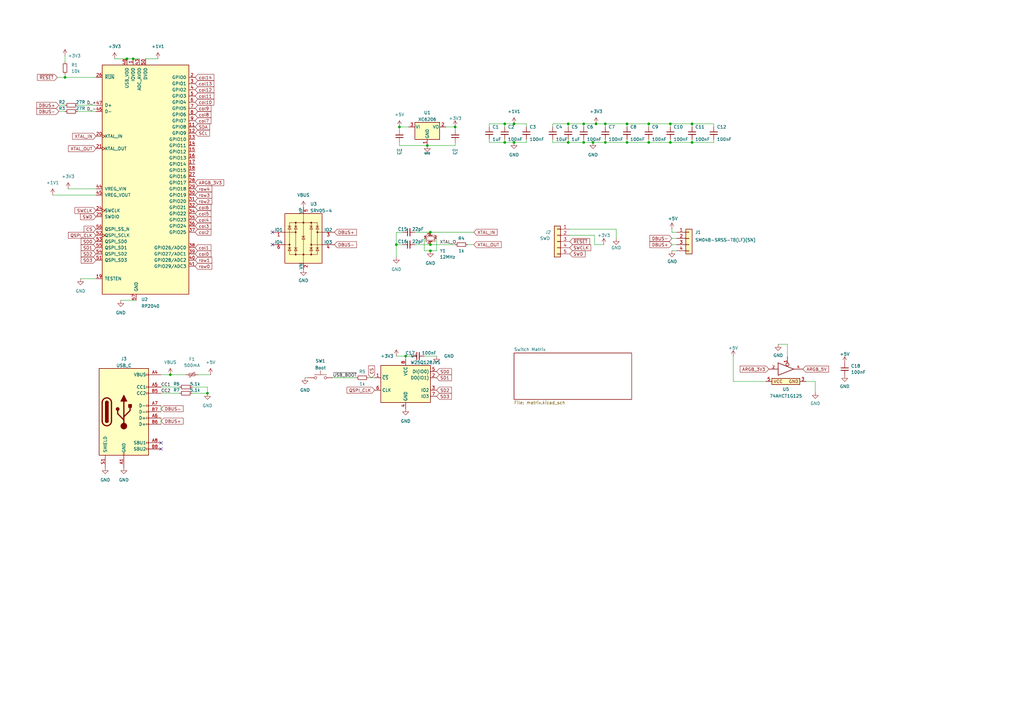
<source format=kicad_sch>
(kicad_sch (version 20211123) (generator eeschema)
  (paper "A3")
  (lib_symbols
    (symbol "74xGxx:74AHCT1G125" (pin_names (offset 1.016))
      (property "Reference" "U5" (at -0.635 -8.255 0))
      (property "Value" "74AHCT1G125" (at -0.635 -11.0301 0))
      (symbol "74AHCT1G125_0_0"
        (text "GND" (at 2.54 -5.08 0) (effects (font (size 1.27 1.27))))
        (text "VCC" (at -3.81 -5.08 0) (effects (font (size 1.27 1.27))))
      )
      (symbol "74AHCT1G125_0_1"
        (rectangle (start -6.35 -3.81) (end 5.08 -6.35) (stroke (width 0.254)) (fill (type background)))
        (polyline (pts (xy -3.81 2.54) (xy -3.81 -2.54) (xy 2.54 0) (xy -3.81 2.54)) (stroke (width 0.254)))
      )
      (symbol "74AHCT1G125_1_1"
        (pin input inverted (at 0 5.08 270) (length 3.81) (name "~") (number "1"))
        (pin input line (at -7.62 0 0) (length 3.81) (name "~") (number "2"))
        (pin output line (at 7.62 -5.08 180) (length 2.54) (name "") (number "3"))
        (pin power_in line (at 1.27 -1.27 270) (length 0) hide (name "GND") (number "3"))
        (pin tri_state line (at 6.35 0 180) (length 3.81) (name "~") (number "4"))
        (pin input line (at -8.89 -5.08 0) (length 2.54) (name "") (number "5"))
        (pin power_in line (at 1.27 1.27 90) (length 0) hide (name "VCC") (number "5"))
      )
    )
    (symbol "Connector:USB_C_Receptacle_USB2.0" (pin_names (offset 1.016))
      (property "Reference" "J" (at -10.16 19.05 0))
      (property "Value" "USB_C_Receptacle_USB2.0" (at 19.05 19.05 0))
      (symbol "USB_C_Receptacle_USB2.0_0_0"
        (rectangle (start -0.254 -17.78) (end 0.254 -16.764))
        (rectangle (start 10.16 -14.986) (end 9.144 -15.494))
        (rectangle (start 10.16 -12.446) (end 9.144 -12.954))
        (rectangle (start 10.16 -4.826) (end 9.144 -5.334))
        (rectangle (start 10.16 -2.286) (end 9.144 -2.794))
        (rectangle (start 10.16 0.254) (end 9.144 -0.254))
        (rectangle (start 10.16 2.794) (end 9.144 2.286))
        (rectangle (start 10.16 7.874) (end 9.144 7.366))
        (rectangle (start 10.16 10.414) (end 9.144 9.906))
        (rectangle (start 10.16 15.494) (end 9.144 14.986))
      )
      (symbol "USB_C_Receptacle_USB2.0_0_1"
        (rectangle (start -10.16 17.78) (end 10.16 -17.78) (stroke (width 0.254)) (fill (type background)))
        (arc (start -8.89 -3.81) (mid -6.985 -5.715) (end -5.08 -3.81) (stroke (width 0.508)))
        (arc (start -7.62 -3.81) (mid -6.985 -4.445) (end -6.35 -3.81) (stroke (width 0.254)))
        (arc (start -7.62 -3.81) (mid -6.985 -4.445) (end -6.35 -3.81) (stroke (width 0.254)) (fill (type outline)))
        (rectangle (start -7.62 -3.81) (end -6.35 3.81) (stroke (width 0.254)) (fill (type outline)))
        (arc (start -6.35 3.81) (mid -6.985 4.445) (end -7.62 3.81) (stroke (width 0.254)))
        (arc (start -6.35 3.81) (mid -6.985 4.445) (end -7.62 3.81) (stroke (width 0.254)) (fill (type outline)))
        (arc (start -5.08 3.81) (mid -6.985 5.715) (end -8.89 3.81) (stroke (width 0.508)))
        (circle (center -2.54 1.143) (radius 0.635) (stroke (width 0.254)) (fill (type outline)))
        (circle (center 0 -5.842) (radius 1.27) (fill (type outline)))
        (polyline (pts (xy -8.89 -3.81) (xy -8.89 3.81)) (stroke (width 0.508)))
        (polyline (pts (xy -5.08 3.81) (xy -5.08 -3.81)) (stroke (width 0.508)))
        (polyline (pts (xy 0 -5.842) (xy 0 4.318)) (stroke (width 0.508)))
        (polyline (pts (xy 0 -3.302) (xy -2.54 -0.762) (xy -2.54 0.508)) (stroke (width 0.508)))
        (polyline (pts (xy 0 -2.032) (xy 2.54 0.508) (xy 2.54 1.778)) (stroke (width 0.508)))
        (polyline (pts (xy -1.27 4.318) (xy 0 6.858) (xy 1.27 4.318) (xy -1.27 4.318)) (stroke (width 0.254)) (fill (type outline)))
        (rectangle (start 1.905 1.778) (end 3.175 3.048) (stroke (width 0.254)) (fill (type outline)))
      )
      (symbol "USB_C_Receptacle_USB2.0_1_1"
        (pin passive line (at 0 -22.86 90) (length 5.08) (name "GND") (number "A1"))
        (pin passive line (at 0 -22.86 90) (length 5.08) hide (name "GND") (number "A12"))
        (pin passive line (at 15.24 15.24 180) (length 5.08) (name "VBUS") (number "A4"))
        (pin bidirectional line (at 15.24 10.16 180) (length 5.08) (name "CC1") (number "A5"))
        (pin bidirectional line (at 15.24 -2.54 180) (length 5.08) (name "D+") (number "A6"))
        (pin bidirectional line (at 15.24 2.54 180) (length 5.08) (name "D-") (number "A7"))
        (pin bidirectional line (at 15.24 -12.7 180) (length 5.08) (name "SBU1") (number "A8"))
        (pin passive line (at 15.24 15.24 180) (length 5.08) hide (name "VBUS") (number "A9"))
        (pin passive line (at 0 -22.86 90) (length 5.08) hide (name "GND") (number "B1"))
        (pin passive line (at 0 -22.86 90) (length 5.08) hide (name "GND") (number "B12"))
        (pin passive line (at 15.24 15.24 180) (length 5.08) hide (name "VBUS") (number "B4"))
        (pin bidirectional line (at 15.24 7.62 180) (length 5.08) (name "CC2") (number "B5"))
        (pin bidirectional line (at 15.24 -5.08 180) (length 5.08) (name "D+") (number "B6"))
        (pin bidirectional line (at 15.24 0 180) (length 5.08) (name "D-") (number "B7"))
        (pin bidirectional line (at 15.24 -15.24 180) (length 5.08) (name "SBU2") (number "B8"))
        (pin passive line (at 15.24 15.24 180) (length 5.08) hide (name "VBUS") (number "B9"))
        (pin passive line (at -7.62 -22.86 90) (length 5.08) (name "SHIELD") (number "S1"))
      )
    )
    (symbol "Connector_Generic:Conn_01x04" (pin_names (offset 1.016) hide)
      (property "Reference" "J" (at 0 5.08 0))
      (property "Value" "Conn_01x04" (at 0 -7.62 0))
      (symbol "Conn_01x04_1_1"
        (rectangle (start -1.27 -4.953) (end 0 -5.207) (stroke (width 0.1524)))
        (rectangle (start -1.27 -2.413) (end 0 -2.667) (stroke (width 0.1524)))
        (rectangle (start -1.27 0.127) (end 0 -0.127) (stroke (width 0.1524)))
        (rectangle (start -1.27 2.667) (end 0 2.413) (stroke (width 0.1524)))
        (rectangle (start -1.27 3.81) (end 1.27 -6.35) (stroke (width 0.254)) (fill (type background)))
        (pin passive line (at -5.08 2.54 0) (length 3.81) (name "Pin_1") (number "1"))
        (pin passive line (at -5.08 0 0) (length 3.81) (name "Pin_2") (number "2"))
        (pin passive line (at -5.08 -2.54 0) (length 3.81) (name "Pin_3") (number "3"))
        (pin passive line (at -5.08 -5.08 0) (length 3.81) (name "Pin_4") (number "4"))
      )
    )
    (symbol "Connector_Generic:Conn_01x05" (pin_names (offset 1.016) hide)
      (property "Reference" "J" (at 0 7.62 0))
      (property "Value" "Conn_01x05" (at 0 -7.62 0))
      (symbol "Conn_01x05_1_1"
        (rectangle (start -1.27 -4.953) (end 0 -5.207) (stroke (width 0.1524)))
        (rectangle (start -1.27 -2.413) (end 0 -2.667) (stroke (width 0.1524)))
        (rectangle (start -1.27 0.127) (end 0 -0.127) (stroke (width 0.1524)))
        (rectangle (start -1.27 2.667) (end 0 2.413) (stroke (width 0.1524)))
        (rectangle (start -1.27 5.207) (end 0 4.953) (stroke (width 0.1524)))
        (rectangle (start -1.27 6.35) (end 1.27 -6.35) (stroke (width 0.254)) (fill (type background)))
        (pin passive line (at -5.08 5.08 0) (length 3.81) (name "Pin_1") (number "1"))
        (pin passive line (at -5.08 2.54 0) (length 3.81) (name "Pin_2") (number "2"))
        (pin passive line (at -5.08 0 0) (length 3.81) (name "Pin_3") (number "3"))
        (pin passive line (at -5.08 -2.54 0) (length 3.81) (name "Pin_4") (number "4"))
        (pin passive line (at -5.08 -5.08 0) (length 3.81) (name "Pin_5") (number "5"))
      )
    )
    (symbol "Device:C_Small" (pin_numbers hide) (pin_names (offset 0.254) hide)
      (property "Reference" "C" (at 0.254 1.778 0))
      (property "Value" "C_Small" (at 0.254 -2.032 0))
      (symbol "C_Small_0_1"
        (polyline (pts (xy -1.524 -0.508) (xy 1.524 -0.508)) (stroke (width 0.3302)))
        (polyline (pts (xy -1.524 0.508) (xy 1.524 0.508)) (stroke (width 0.3048)))
      )
      (symbol "C_Small_1_1"
        (pin passive line (at 0 2.54 270) (length 2.032) (name "~") (number "1"))
        (pin passive line (at 0 -2.54 90) (length 2.032) (name "~") (number "2"))
      )
    )
    (symbol "Device:Crystal_GND24_Small" (pin_names (offset 1.016) hide)
      (property "Reference" "Y" (at 1.27 4.445 0))
      (property "Value" "Crystal_GND24_Small" (at 1.27 2.54 0))
      (symbol "Crystal_GND24_Small_0_1"
        (rectangle (start -0.762 -1.524) (end 0.762 1.524))
        (polyline (pts (xy -1.27 -0.762) (xy -1.27 0.762)) (stroke (width 0.381)))
        (polyline (pts (xy 1.27 -0.762) (xy 1.27 0.762)) (stroke (width 0.381)))
        (polyline (pts (xy -1.27 -1.27) (xy -1.27 -1.905) (xy 1.27 -1.905) (xy 1.27 -1.27)))
        (polyline (pts (xy -1.27 1.27) (xy -1.27 1.905) (xy 1.27 1.905) (xy 1.27 1.27)))
      )
      (symbol "Crystal_GND24_Small_1_1"
        (pin passive line (at -2.54 0 0) (length 1.27) (name "1") (number "1"))
        (pin passive line (at 0 -2.54 90) (length 0.635) (name "2") (number "2"))
        (pin passive line (at 2.54 0 180) (length 1.27) (name "3") (number "3"))
        (pin passive line (at 0 2.54 270) (length 0.635) (name "4") (number "4"))
      )
    )
    (symbol "Device:Polyfuse_Small" (pin_numbers hide) (pin_names (offset 0))
      (property "Reference" "F" (at -1.905 0 90))
      (property "Value" "Polyfuse_Small" (at 1.905 0 90))
      (symbol "Polyfuse_Small_0_1"
        (rectangle (start -0.508 1.27) (end 0.508 -1.27))
        (polyline (pts (xy 0 2.54) (xy 0 -2.54)))
        (polyline (pts (xy -1.016 1.27) (xy -1.016 0.762) (xy 1.016 -0.762) (xy 1.016 -1.27)))
      )
      (symbol "Polyfuse_Small_1_1"
        (pin passive line (at 0 2.54 270) (length 0.635) (name "~") (number "1"))
        (pin passive line (at 0 -2.54 90) (length 0.635) (name "~") (number "2"))
      )
    )
    (symbol "Device:R_Small" (pin_numbers hide) (pin_names (offset 0.254) hide)
      (property "Reference" "R" (at 0.762 0.508 0))
      (property "Value" "R_Small" (at 0.762 -1.016 0))
      (symbol "R_Small_0_1"
        (rectangle (start -0.762 1.778) (end 0.762 -1.778) (stroke (width 0.2032)))
      )
      (symbol "R_Small_1_1"
        (pin passive line (at 0 2.54 270) (length 0.762) (name "~") (number "1"))
        (pin passive line (at 0 -2.54 90) (length 0.762) (name "~") (number "2"))
      )
    )
    (symbol "Memory_Flash:W25Q128JVS"
      (property "Reference" "U" (at -8.89 8.89 0))
      (property "Value" "W25Q128JVS" (at 7.62 8.89 0))
      (symbol "W25Q128JVS_0_1"
        (rectangle (start -10.16 7.62) (end 10.16 -7.62) (stroke (width 0.254)) (fill (type background)))
      )
      (symbol "W25Q128JVS_1_1"
        (pin input line (at -12.7 2.54 0) (length 2.54) (name "~{CS}") (number "1"))
        (pin bidirectional line (at 12.7 2.54 180) (length 2.54) (name "DO(IO1)") (number "2"))
        (pin bidirectional line (at 12.7 -2.54 180) (length 2.54) (name "IO2") (number "3"))
        (pin power_in line (at 0 -10.16 90) (length 2.54) (name "GND") (number "4"))
        (pin bidirectional line (at 12.7 5.08 180) (length 2.54) (name "DI(IO0)") (number "5"))
        (pin input line (at -12.7 -2.54 0) (length 2.54) (name "CLK") (number "6"))
        (pin bidirectional line (at 12.7 -5.08 180) (length 2.54) (name "IO3") (number "7"))
        (pin power_in line (at 0 10.16 270) (length 2.54) (name "VCC") (number "8"))
      )
    )
    (symbol "Regulator_Linear:XC6206PxxxMR" (pin_names (offset 0.254))
      (property "Reference" "U" (at -3.81 3.175 0))
      (property "Value" "XC6206PxxxMR" (at 0 3.175 0))
      (symbol "XC6206PxxxMR_0_1"
        (rectangle (start -5.08 1.905) (end 5.08 -5.08) (stroke (width 0.254)) (fill (type background)))
      )
      (symbol "XC6206PxxxMR_1_1"
        (pin power_in line (at 0 -7.62 90) (length 2.54) (name "GND") (number "1"))
        (pin power_out line (at 7.62 0 180) (length 2.54) (name "VO") (number "2"))
        (pin power_in line (at -7.62 0 0) (length 2.54) (name "VI") (number "3"))
      )
    )
    (symbol "Sleep-lib:RP2040" (pin_names (offset 1.016))
      (property "Reference" "U" (at 8.89 51.435 0))
      (property "Value" "RP2040" (at 8.89 48.895 0))
      (symbol "RP2040_0_0"
        (rectangle (start -17.78 -45.72) (end 17.78 48.26) (stroke (width 0.254)) (fill (type background)))
      )
      (symbol "RP2040_1_1"
        (pin power_in line (at -5.08 50.8 270) (length 2.54) (name "IOVDD") (number "1"))
        (pin power_in line (at -5.08 50.8 270) (length 2.54) hide (name "IOVDD") (number "10"))
        (pin input line (at 20.32 22.86 180) (length 2.54) (name "GPIO8") (number "11"))
        (pin input line (at 20.32 20.32 180) (length 2.54) (name "GPIO9") (number "12"))
        (pin input line (at 20.32 17.78 180) (length 2.54) (name "GPIO10") (number "13"))
        (pin input line (at 20.32 15.24 180) (length 2.54) (name "GPIO11") (number "14"))
        (pin input line (at 20.32 12.7 180) (length 2.54) (name "GPIO12") (number "15"))
        (pin input line (at 20.32 10.16 180) (length 2.54) (name "GPIO13") (number "16"))
        (pin input line (at 20.32 7.62 180) (length 2.54) (name "GPIO14") (number "17"))
        (pin input line (at 20.32 5.08 180) (length 2.54) (name "GPIO15") (number "18"))
        (pin input line (at -20.32 -39.37 0) (length 2.54) (name "TESTEN") (number "19"))
        (pin input line (at 20.32 43.18 180) (length 2.54) (name "GPIO0") (number "2"))
        (pin input clock (at -20.32 19.05 0) (length 2.54) (name "XTAL_IN") (number "20"))
        (pin input clock (at -20.32 13.97 0) (length 2.54) (name "XTAL_OUT") (number "21"))
        (pin power_in line (at -5.08 50.8 270) (length 2.54) hide (name "IOVDD") (number "22"))
        (pin power_in line (at 0 50.8 270) (length 2.54) hide (name "DVDD") (number "23"))
        (pin input clock (at -20.32 -11.43 0) (length 2.54) (name "SWCLK") (number "24"))
        (pin bidirectional line (at -20.32 -13.97 0) (length 2.54) (name "SWDIO") (number "25"))
        (pin input line (at -20.32 43.18 0) (length 2.54) (name "~{RUN}") (number "26"))
        (pin input line (at 20.32 2.54 180) (length 2.54) (name "GPIO16") (number "27"))
        (pin input line (at 20.32 0 180) (length 2.54) (name "GPIO17") (number "28"))
        (pin input line (at 20.32 -2.54 180) (length 2.54) (name "GPIO18") (number "29"))
        (pin input line (at 20.32 40.64 180) (length 2.54) (name "GPIO1") (number "3"))
        (pin input line (at 20.32 -5.08 180) (length 2.54) (name "GPIO19") (number "30"))
        (pin input line (at 20.32 -7.62 180) (length 2.54) (name "GPIO20") (number "31"))
        (pin input line (at 20.32 -10.16 180) (length 2.54) (name "GPIO21") (number "32"))
        (pin power_in line (at -5.08 50.8 270) (length 2.54) hide (name "IOVDD") (number "33"))
        (pin input line (at 20.32 -12.7 180) (length 2.54) (name "GPIO22") (number "34"))
        (pin input line (at 20.32 -15.24 180) (length 2.54) (name "GPIO23") (number "35"))
        (pin input line (at 20.32 -17.78 180) (length 2.54) (name "GPIO24") (number "36"))
        (pin input line (at 20.32 -20.32 180) (length 2.54) (name "GPIO25") (number "37"))
        (pin input line (at 20.32 -26.67 180) (length 2.54) (name "GPIO26/ADC0") (number "38"))
        (pin input line (at 20.32 -29.21 180) (length 2.54) (name "GPIO27/ADC1") (number "39"))
        (pin input line (at 20.32 38.1 180) (length 2.54) (name "GPIO2") (number "4"))
        (pin input line (at 20.32 -31.75 180) (length 2.54) (name "GPIO28/ADC2") (number "40"))
        (pin input line (at 20.32 -34.29 180) (length 2.54) (name "GPIO29/ADC3") (number "41"))
        (pin power_in line (at -5.08 50.8 270) (length 2.54) hide (name "IOVDD") (number "42"))
        (pin power_in line (at -2.54 50.8 270) (length 2.54) (name "ADC_AVDD") (number "43"))
        (pin power_in line (at -20.32 -2.54 0) (length 2.54) (name "VREG_VIN") (number "44"))
        (pin power_out line (at -20.32 -5.08 0) (length 2.54) (name "VREG_VOUT") (number "45"))
        (pin bidirectional line (at -20.32 29.21 0) (length 2.54) (name "D-") (number "46"))
        (pin bidirectional line (at -20.32 31.75 0) (length 2.54) (name "D+") (number "47"))
        (pin power_in line (at -7.62 50.8 270) (length 2.54) (name "USB_VDD") (number "48"))
        (pin power_in line (at -5.08 50.8 270) (length 2.54) hide (name "IOVDD") (number "49"))
        (pin input line (at 20.32 35.56 180) (length 2.54) (name "GPIO3") (number "5"))
        (pin power_in line (at 0 50.8 270) (length 2.54) (name "DVDD") (number "50"))
        (pin bidirectional line (at -20.32 -31.75 0) (length 2.54) (name "QSPI_SD3") (number "51"))
        (pin input clock (at -20.32 -21.59 0) (length 2.54) (name "QSPI_SCLK") (number "52"))
        (pin bidirectional line (at -20.32 -24.13 0) (length 2.54) (name "QSPI_SD0") (number "53"))
        (pin bidirectional line (at -20.32 -29.21 0) (length 2.54) (name "QSPI_SD2") (number "54"))
        (pin bidirectional line (at -20.32 -26.67 0) (length 2.54) (name "QSPI_SD1") (number "55"))
        (pin bidirectional line (at -20.32 -19.05 0) (length 2.54) (name "QSPI_SS_N") (number "56"))
        (pin power_in line (at -3.81 -48.26 90) (length 2.54) (name "GND") (number "57"))
        (pin input line (at 20.32 33.02 180) (length 2.54) (name "GPIO4") (number "6"))
        (pin input line (at 20.32 30.48 180) (length 2.54) (name "GPIO5") (number "7"))
        (pin input line (at 20.32 27.94 180) (length 2.54) (name "GPIO6") (number "8"))
        (pin input line (at 20.32 25.4 180) (length 2.54) (name "GPIO7") (number "9"))
      )
    )
    (symbol "Switch:SW_Push" (pin_numbers hide) (pin_names (offset 1.016) hide)
      (property "Reference" "SW" (at 1.27 2.54 0))
      (property "Value" "SW_Push" (at 0 -1.524 0))
      (symbol "SW_Push_0_1"
        (circle (center -2.032 0) (radius 0.508))
        (polyline (pts (xy 0 1.27) (xy 0 3.048)))
        (polyline (pts (xy 2.54 1.27) (xy -2.54 1.27)))
        (circle (center 2.032 0) (radius 0.508))
        (pin passive line (at -5.08 0 0) (length 2.54) (name "1") (number "1"))
        (pin passive line (at 5.08 0 180) (length 2.54) (name "2") (number "2"))
      )
    )
    (symbol "marbastlib-various:SRV05-4" (pin_names (offset 0))
      (property "Reference" "U" (at -5.08 11.43 0))
      (property "Value" "SRV05-4" (at 2.54 11.43 0))
      (symbol "SRV05-4_0_0"
        (rectangle (start -5.715 6.477) (end 5.715 -6.604))
        (polyline (pts (xy -3.175 -6.604) (xy -3.175 6.477)))
        (polyline (pts (xy 3.175 6.477) (xy 3.175 -6.604)))
      )
      (symbol "SRV05-4_0_1"
        (rectangle (start -7.62 10.16) (end 7.62 -10.16) (stroke (width 0.254)) (fill (type background)))
        (circle (center -5.715 -2.54) (radius 0.2794) (fill (type outline)))
        (circle (center -3.175 -6.604) (radius 0.2794) (fill (type outline)))
        (circle (center -3.175 2.54) (radius 0.2794) (fill (type outline)))
        (circle (center -3.175 6.477) (radius 0.2794) (fill (type outline)))
        (circle (center 0 -6.604) (radius 0.2794) (fill (type outline)))
        (polyline (pts (xy -7.747 2.54) (xy -3.175 2.54)))
        (polyline (pts (xy -7.62 -2.54) (xy -5.715 -2.54)))
        (polyline (pts (xy -5.08 -3.81) (xy -6.35 -3.81)))
        (polyline (pts (xy -5.08 5.08) (xy -6.35 5.08)))
        (polyline (pts (xy -2.54 -3.81) (xy -3.81 -3.81)))
        (polyline (pts (xy -2.54 5.08) (xy -3.81 5.08)))
        (polyline (pts (xy 0 10.16) (xy 0 -10.16)))
        (polyline (pts (xy 3.81 -3.81) (xy 2.54 -3.81)))
        (polyline (pts (xy 3.81 5.08) (xy 2.54 5.08)))
        (polyline (pts (xy 6.35 -3.81) (xy 5.08 -3.81)))
        (polyline (pts (xy 6.35 5.08) (xy 5.08 5.08)))
        (polyline (pts (xy 7.62 -2.54) (xy 3.175 -2.54)))
        (polyline (pts (xy 7.62 2.54) (xy 5.715 2.54)))
        (polyline (pts (xy 0.635 0.889) (xy -0.635 0.889) (xy -0.635 0.635)))
        (polyline (pts (xy -5.08 -5.08) (xy -6.35 -5.08) (xy -5.715 -3.81) (xy -5.08 -5.08)))
        (polyline (pts (xy -5.08 3.81) (xy -6.35 3.81) (xy -5.715 5.08) (xy -5.08 3.81)))
        (polyline (pts (xy -2.54 -5.08) (xy -3.81 -5.08) (xy -3.175 -3.81) (xy -2.54 -5.08)))
        (polyline (pts (xy -2.54 3.81) (xy -3.81 3.81) (xy -3.175 5.08) (xy -2.54 3.81)))
        (polyline (pts (xy 0.635 -0.381) (xy -0.635 -0.381) (xy 0 0.889) (xy 0.635 -0.381)))
        (polyline (pts (xy 3.81 -5.08) (xy 2.54 -5.08) (xy 3.175 -3.81) (xy 3.81 -5.08)))
        (polyline (pts (xy 3.81 3.81) (xy 2.54 3.81) (xy 3.175 5.08) (xy 3.81 3.81)))
        (polyline (pts (xy 6.35 -5.08) (xy 5.08 -5.08) (xy 5.715 -3.81) (xy 6.35 -5.08)))
        (polyline (pts (xy 6.35 3.81) (xy 5.08 3.81) (xy 5.715 5.08) (xy 6.35 3.81)))
        (circle (center 0 6.477) (radius 0.2794) (fill (type outline)))
        (circle (center 3.175 -6.604) (radius 0.2794) (fill (type outline)))
        (circle (center 3.175 -2.54) (radius 0.2794) (fill (type outline)))
        (circle (center 3.175 6.477) (radius 0.2794) (fill (type outline)))
        (circle (center 5.715 2.54) (radius 0.2794) (fill (type outline)))
      )
      (symbol "SRV05-4_1_1"
        (pin passive line (at -12.7 2.54 0) (length 5.08) (name "IO1") (number "1"))
        (pin passive line (at 0 -12.7 90) (length 2.54) (name "VN") (number "2"))
        (pin passive line (at 12.7 2.54 180) (length 5.08) (name "IO2") (number "3"))
        (pin passive line (at 12.7 -2.54 180) (length 5.08) (name "IO3") (number "4"))
        (pin passive line (at 0 12.7 270) (length 2.54) (name "VP") (number "5"))
        (pin passive line (at -12.7 -2.54 0) (length 5.08) (name "IO4") (number "6"))
      )
    )
    (symbol "power:+1V1" (power) (pin_names (offset 0))
      (property "Value" "+1V1" (at 0 3.556 0))
      (symbol "+1V1_0_1"
        (polyline (pts (xy -0.762 1.27) (xy 0 2.54)))
        (polyline (pts (xy 0 0) (xy 0 2.54)))
        (polyline (pts (xy 0 2.54) (xy 0.762 1.27)))
      )
      (symbol "+1V1_1_1"
        (pin power_in line (at 0 0 90) (length 0) hide (name "+1V1") (number "1"))
      )
    )
    (symbol "power:+3.3V" (power) (pin_names (offset 0))
      (property "Value" "+3.3V" (at 0 3.556 0))
      (symbol "+3.3V_0_1"
        (polyline (pts (xy -0.762 1.27) (xy 0 2.54)))
        (polyline (pts (xy 0 0) (xy 0 2.54)))
        (polyline (pts (xy 0 2.54) (xy 0.762 1.27)))
      )
      (symbol "+3.3V_1_1"
        (pin power_in line (at 0 0 90) (length 0) hide (name "+3V3") (number "1"))
      )
    )
    (symbol "power:+3V3" (power) (pin_names (offset 0))
      (property "Value" "+3V3" (at 0 3.556 0))
      (symbol "+3V3_0_1"
        (polyline (pts (xy -0.762 1.27) (xy 0 2.54)))
        (polyline (pts (xy 0 0) (xy 0 2.54)))
        (polyline (pts (xy 0 2.54) (xy 0.762 1.27)))
      )
      (symbol "+3V3_1_1"
        (pin power_in line (at 0 0 90) (length 0) hide (name "+3V3") (number "1"))
      )
    )
    (symbol "power:+5V" (power) (pin_names (offset 0))
      (property "Value" "+5V" (at 0 3.556 0))
      (symbol "+5V_0_1"
        (polyline (pts (xy -0.762 1.27) (xy 0 2.54)))
        (polyline (pts (xy 0 0) (xy 0 2.54)))
        (polyline (pts (xy 0 2.54) (xy 0.762 1.27)))
      )
      (symbol "+5V_1_1"
        (pin power_in line (at 0 0 90) (length 0) hide (name "+5V") (number "1"))
      )
    )
    (symbol "power:GND" (power) (pin_names (offset 0))
      (property "Value" "GND" (at 0 -3.81 0))
      (symbol "GND_0_1"
        (polyline (pts (xy 0 0) (xy 0 -1.27) (xy 1.27 -1.27) (xy 0 -2.54) (xy -1.27 -1.27) (xy 0 -1.27)))
      )
      (symbol "GND_1_1"
        (pin power_in line (at 0 0 270) (length 0) hide (name "GND") (number "1"))
      )
    )
    (symbol "power:VBUS" (power) (pin_names (offset 0))
      (property "Value" "VBUS" (at 0 3.81 0))
      (symbol "VBUS_0_1"
        (polyline (pts (xy -0.762 1.27) (xy 0 2.54)))
        (polyline (pts (xy 0 0) (xy 0 2.54)))
        (polyline (pts (xy 0 2.54) (xy 0.762 1.27)))
      )
      (symbol "VBUS_1_1"
        (pin power_in line (at 0 0 90) (length 0) hide (name "VBUS") (number "1"))
      )
    )
  )
  (junction (at 186.69 52.07) (diameter 0.9144))
  (junction (at 239.395 58.42))
  (junction (at 176.53 102.87))
  (junction (at 239.395 50.8))
  (junction (at 283.845 58.42))
  (junction (at 248.285 50.8))
  (junction (at 176.53 95.25))
  (junction (at 52.07 24.13))
  (junction (at 175.26 59.69) (diameter 0.9144))
  (junction (at 274.955 50.8))
  (junction (at 166.37 146.05))
  (junction (at 162.56 100.33))
  (junction (at 257.175 58.42))
  (junction (at 163.83 52.07) (diameter 0.9144))
  (junction (at 274.955 58.42))
  (junction (at 26.67 31.75))
  (junction (at 266.065 58.42))
  (junction (at 176.53 100.33))
  (junction (at 210.82 58.42))
  (junction (at 69.85 153.67))
  (junction (at 207.01 58.42))
  (junction (at 243.205 58.42))
  (junction (at 54.61 24.13))
  (junction (at 266.065 50.8))
  (junction (at 233.045 58.42))
  (junction (at 210.82 50.8))
  (junction (at 85.09 161.29))
  (junction (at 207.01 50.8))
  (junction (at 248.285 58.42))
  (junction (at 233.045 50.8))
  (junction (at 283.845 50.8))
  (junction (at 244.475 50.8))
  (junction (at 257.175 50.8))
  (no_connect (at 66.04 181.61))
  (no_connect (at 66.04 184.15))
  (no_connect (at 111.76 95.25))
  (no_connect (at 111.76 100.33))
  (wire (pts (xy 81.28 153.67) (xy 86.36 153.67)))
  (wire (pts (xy 274.955 50.8) (xy 274.955 52.07)))
  (wire (pts (xy 257.175 58.42) (xy 257.175 57.15)))
  (wire (pts (xy 176.53 95.25) (xy 194.31 95.25)))
  (wire (pts (xy 125.095 154.94) (xy 126.365 154.94)))
  (wire (pts (xy 233.045 57.15) (xy 233.045 58.42)))
  (wire (pts (xy 200.66 57.15) (xy 200.66 58.42)))
  (wire (pts (xy 239.395 50.8) (xy 244.475 50.8)))
  (wire (pts (xy 136.525 154.94) (xy 146.05 154.94)))
  (wire (pts (xy 166.37 146.05) (xy 166.37 147.32)))
  (wire (pts (xy 24.13 45.72) (xy 26.67 45.72)))
  (wire (pts (xy 210.82 50.8) (xy 207.01 50.8)))
  (wire (pts (xy 248.285 58.42) (xy 257.175 58.42)))
  (wire (pts (xy 166.37 146.05) (xy 168.91 146.05)))
  (wire (pts (xy 257.175 50.8) (xy 257.175 52.07)))
  (wire (pts (xy 226.695 52.07) (xy 226.695 50.8)))
  (wire (pts (xy 334.391 156.464) (xy 334.391 160.909)))
  (wire (pts (xy 170.18 100.33) (xy 176.53 100.33)))
  (wire (pts (xy 175.26 59.69) (xy 186.69 59.69)))
  (wire (pts (xy 274.955 50.8) (xy 283.845 50.8)))
  (wire (pts (xy 226.695 58.42) (xy 233.045 58.42)))
  (wire (pts (xy 257.175 58.42) (xy 266.065 58.42)))
  (wire (pts (xy 239.395 57.15) (xy 239.395 58.42)))
  (wire (pts (xy 173.99 97.79) (xy 173.99 102.87)))
  (wire (pts (xy 275.59 102.87) (xy 277.495 102.87)))
  (wire (pts (xy 173.99 102.87) (xy 176.53 102.87)))
  (wire (pts (xy 27.94 77.47) (xy 39.37 77.47)))
  (wire (pts (xy 207.01 50.8) (xy 207.01 52.07)))
  (wire (pts (xy 233.045 58.42) (xy 239.395 58.42)))
  (wire (pts (xy 162.56 100.33) (xy 162.56 105.41)))
  (wire (pts (xy 26.67 31.75) (xy 39.37 31.75)))
  (wire (pts (xy 292.735 58.42) (xy 292.735 57.15)))
  (wire (pts (xy 66.04 161.29) (xy 73.66 161.29)))
  (wire (pts (xy 186.69 52.07) (xy 186.69 53.34)))
  (wire (pts (xy 54.61 24.13) (xy 57.15 24.13)))
  (wire (pts (xy 233.68 96.52) (xy 243.84 96.52)))
  (wire (pts (xy 46.99 24.13) (xy 52.07 24.13)))
  (wire (pts (xy 162.56 100.33) (xy 165.1 100.33)))
  (wire (pts (xy 39.37 80.01) (xy 21.59 80.01)))
  (wire (pts (xy 283.845 58.42) (xy 292.735 58.42)))
  (wire (pts (xy 31.75 45.72) (xy 39.37 45.72)))
  (wire (pts (xy 186.69 58.42) (xy 186.69 59.69)))
  (wire (pts (xy 266.065 50.8) (xy 274.955 50.8)))
  (wire (pts (xy 283.845 58.42) (xy 283.845 57.15)))
  (wire (pts (xy 283.845 50.8) (xy 292.735 50.8)))
  (wire (pts (xy 248.285 50.8) (xy 248.285 52.07)))
  (wire (pts (xy 239.395 58.42) (xy 243.205 58.42)))
  (wire (pts (xy 274.955 57.15) (xy 274.955 58.42)))
  (wire (pts (xy 248.285 50.8) (xy 257.175 50.8)))
  (wire (pts (xy 179.07 97.79) (xy 179.07 102.87)))
  (wire (pts (xy 252.73 93.98) (xy 252.73 97.79)))
  (wire (pts (xy 200.66 50.8) (xy 200.66 52.07)))
  (wire (pts (xy 283.845 50.8) (xy 283.845 52.07)))
  (wire (pts (xy 175.26 59.69) (xy 163.83 59.69)))
  (wire (pts (xy 207.01 50.8) (xy 200.66 50.8)))
  (wire (pts (xy 277.495 97.79) (xy 275.59 97.79)))
  (wire (pts (xy 319.151 141.224) (xy 322.961 141.224)))
  (wire (pts (xy 266.065 58.42) (xy 274.955 58.42)))
  (wire (pts (xy 78.74 161.29) (xy 85.09 161.29)))
  (wire (pts (xy 248.285 58.42) (xy 248.285 57.15)))
  (wire (pts (xy 66.04 153.67) (xy 69.85 153.67)))
  (wire (pts (xy 244.475 50.8) (xy 248.285 50.8)))
  (wire (pts (xy 66.04 166.37) (xy 66.04 168.91)))
  (wire (pts (xy 24.13 43.18) (xy 26.67 43.18)))
  (wire (pts (xy 266.065 50.8) (xy 266.065 52.07)))
  (wire (pts (xy 292.735 50.8) (xy 292.735 52.07)))
  (wire (pts (xy 215.9 58.42) (xy 215.9 57.15)))
  (wire (pts (xy 215.9 50.8) (xy 215.9 52.07)))
  (wire (pts (xy 163.83 52.07) (xy 163.83 53.34)))
  (wire (pts (xy 275.59 95.25) (xy 277.495 95.25)))
  (wire (pts (xy 330.581 156.464) (xy 334.391 156.464)))
  (wire (pts (xy 173.99 146.05) (xy 179.07 146.05)))
  (wire (pts (xy 163.83 52.07) (xy 167.64 52.07)))
  (wire (pts (xy 26.67 22.86) (xy 26.67 25.4)))
  (wire (pts (xy 66.04 171.45) (xy 66.04 173.99)))
  (wire (pts (xy 314.071 156.464) (xy 300.736 156.464)))
  (wire (pts (xy 243.84 96.52) (xy 243.84 100.33)))
  (wire (pts (xy 252.73 93.98) (xy 233.68 93.98)))
  (wire (pts (xy 23.495 31.75) (xy 26.67 31.75)))
  (wire (pts (xy 300.736 156.464) (xy 300.736 146.304)))
  (wire (pts (xy 176.53 100.33) (xy 186.69 100.33)))
  (wire (pts (xy 275.59 100.33) (xy 277.495 100.33)))
  (wire (pts (xy 151.13 154.94) (xy 153.67 154.94)))
  (wire (pts (xy 182.88 52.07) (xy 186.69 52.07)))
  (wire (pts (xy 207.01 58.42) (xy 210.82 58.42)))
  (wire (pts (xy 179.07 102.87) (xy 176.53 102.87)))
  (wire (pts (xy 85.09 158.75) (xy 85.09 161.29)))
  (wire (pts (xy 207.01 57.15) (xy 207.01 58.42)))
  (wire (pts (xy 233.045 50.8) (xy 233.045 52.07)))
  (wire (pts (xy 226.695 50.8) (xy 233.045 50.8)))
  (wire (pts (xy 66.04 158.75) (xy 73.66 158.75)))
  (wire (pts (xy 165.1 95.25) (xy 162.56 95.25)))
  (wire (pts (xy 49.53 123.19) (xy 55.88 123.19)))
  (wire (pts (xy 78.74 158.75) (xy 85.09 158.75)))
  (wire (pts (xy 170.18 95.25) (xy 176.53 95.25)))
  (wire (pts (xy 257.175 50.8) (xy 266.065 50.8)))
  (wire (pts (xy 274.955 58.42) (xy 283.845 58.42)))
  (wire (pts (xy 52.07 24.13) (xy 54.61 24.13)))
  (wire (pts (xy 322.961 146.304) (xy 322.961 141.224)))
  (wire (pts (xy 239.395 50.8) (xy 233.045 50.8)))
  (wire (pts (xy 162.56 95.25) (xy 162.56 100.33)))
  (wire (pts (xy 31.75 43.18) (xy 39.37 43.18)))
  (wire (pts (xy 59.69 24.13) (xy 64.77 24.13)))
  (wire (pts (xy 243.205 58.42) (xy 248.285 58.42)))
  (wire (pts (xy 275.59 93.98) (xy 275.59 95.25)))
  (wire (pts (xy 26.67 30.48) (xy 26.67 31.75)))
  (wire (pts (xy 226.695 57.15) (xy 226.695 58.42)))
  (wire (pts (xy 162.56 146.05) (xy 166.37 146.05)))
  (wire (pts (xy 191.77 100.33) (xy 194.31 100.33)))
  (wire (pts (xy 239.395 50.8) (xy 239.395 52.07)))
  (wire (pts (xy 69.85 153.67) (xy 76.2 153.67)))
  (wire (pts (xy 33.02 114.3) (xy 39.37 114.3)))
  (wire (pts (xy 266.065 57.15) (xy 266.065 58.42)))
  (wire (pts (xy 210.82 58.42) (xy 215.9 58.42)))
  (wire (pts (xy 243.84 100.33) (xy 247.65 100.33)))
  (wire (pts (xy 200.66 58.42) (xy 207.01 58.42)))
  (wire (pts (xy 163.83 58.42) (xy 163.83 59.69)))
  (wire (pts (xy 210.82 50.8) (xy 215.9 50.8)))
  (label "CC2" (at 66.04 161.29 0))
  (label "D_+" (at 35.56 43.18 0))
  (label "D_-" (at 35.56 45.72 0))
  (label "CC1" (at 66.04 158.75 0))
  (label "XTAL_O" (at 180.34 100.33 0))
  (label "~{USB_BOOT}" (at 136.525 154.94 0))
  (global_label "DBUS+" (shape input) (at 137.16 95.25 0) (property "Intersheet References" "${INTERSHEET_REFS}" (effects hide)))
  (global_label "SD3" (shape input) (at 39.37 106.68 180) (property "Intersheet References" "${INTERSHEET_REFS}" (effects hide)))
  (global_label "CS" (shape input) (at 152.4 154.94 90) (property "Intersheet References" "${INTERSHEET_REFS}" (effects hide)))
  (global_label "col11" (shape input) (at 80.01 39.37 0) (property "Intersheet References" "${INTERSHEET_REFS}" (effects hide)))
  (global_label "QSPI_CLK" (shape input) (at 153.67 160.02 180) (property "Intersheet References" "${INTERSHEET_REFS}" (effects hide)))
  (global_label "SD3" (shape input) (at 179.07 162.56 0) (property "Intersheet References" "${INTERSHEET_REFS}" (effects hide)))
  (global_label "DBUS-" (shape input) (at 137.16 100.33 0) (property "Intersheet References" "${INTERSHEET_REFS}" (effects hide)))
  (global_label "col10" (shape input) (at 80.01 41.91 0) (property "Intersheet References" "${INTERSHEET_REFS}" (effects hide)))
  (global_label "DBUS-" (shape input) (at 66.04 167.64 0) (property "Intersheet References" "${INTERSHEET_REFS}" (effects hide)))
  (global_label "DBUS-" (shape input) (at 24.13 45.72 180) (property "Intersheet References" "${INTERSHEET_REFS}" (effects hide)))
  (global_label "ARGB_3V3" (shape input) (at 315.341 151.384 180) (property "Intersheet References" "${INTERSHEET_REFS}" (effects hide)))
  (global_label "col7" (shape input) (at 80.01 49.53 0) (property "Intersheet References" "${INTERSHEET_REFS}" (effects hide)))
  (global_label "col1" (shape input) (at 80.01 101.6 0) (property "Intersheet References" "${INTERSHEET_REFS}" (effects hide)))
  (global_label "col5" (shape input) (at 80.01 87.63 0) (property "Intersheet References" "${INTERSHEET_REFS}" (effects hide)))
  (global_label "QSPI_CLK" (shape input) (at 39.37 96.52 180) (property "Intersheet References" "${INTERSHEET_REFS}" (effects hide)))
  (global_label "SD0" (shape input) (at 179.07 152.4 0) (property "Intersheet References" "${INTERSHEET_REFS}" (effects hide)))
  (global_label "SD1" (shape input) (at 39.37 101.6 180) (property "Intersheet References" "${INTERSHEET_REFS}" (effects hide)))
  (global_label "SWCLK" (shape input) (at 39.37 86.36 180) (property "Intersheet References" "${INTERSHEET_REFS}" (effects hide)))
  (global_label "SWD" (shape input) (at 233.68 104.14 0) (property "Intersheet References" "${INTERSHEET_REFS}" (effects hide)))
  (global_label "SDA" (shape input) (at 80.01 52.07 0) (property "Intersheet References" "${INTERSHEET_REFS}" (effects hide)))
  (global_label "DBUS-" (shape input) (at 275.59 97.79 180) (property "Intersheet References" "${INTERSHEET_REFS}" (effects hide)))
  (global_label "SWD" (shape input) (at 39.37 88.9 180) (property "Intersheet References" "${INTERSHEET_REFS}" (effects hide)))
  (global_label "DBUS+" (shape input) (at 24.13 43.18 180) (property "Intersheet References" "${INTERSHEET_REFS}" (effects hide)))
  (global_label "col8" (shape input) (at 80.01 46.99 0) (property "Intersheet References" "${INTERSHEET_REFS}" (effects hide)))
  (global_label "SCL" (shape input) (at 80.01 54.61 0) (property "Intersheet References" "${INTERSHEET_REFS}" (effects hide)))
  (global_label "~{RESET}" (shape input) (at 23.495 31.75 180) (property "Intersheet References" "${INTERSHEET_REFS}" (effects hide)))
  (global_label "SWCLK" (shape input) (at 233.68 101.6 0) (property "Intersheet References" "${INTERSHEET_REFS}" (effects hide)))
  (global_label "DBUS+" (shape input) (at 275.59 100.33 180) (property "Intersheet References" "${INTERSHEET_REFS}" (effects hide)))
  (global_label "ARGB_3V3" (shape input) (at 80.01 74.93 0) (property "Intersheet References" "${INTERSHEET_REFS}" (effects hide)))
  (global_label "col13" (shape input) (at 80.01 34.29 0) (property "Intersheet References" "${INTERSHEET_REFS}" (effects hide)))
  (global_label "col9" (shape input) (at 80.01 44.45 0) (property "Intersheet References" "${INTERSHEET_REFS}" (effects hide)))
  (global_label "col2" (shape input) (at 80.01 95.25 0) (property "Intersheet References" "${INTERSHEET_REFS}" (effects hide)))
  (global_label "col6" (shape input) (at 80.01 85.09 0) (property "Intersheet References" "${INTERSHEET_REFS}" (effects hide)))
  (global_label "col14" (shape input) (at 80.01 31.75 0) (property "Intersheet References" "${INTERSHEET_REFS}" (effects hide)))
  (global_label "SD2" (shape input) (at 39.37 104.14 180) (property "Intersheet References" "${INTERSHEET_REFS}" (effects hide)))
  (global_label "row4" (shape input) (at 80.01 77.47 0) (property "Intersheet References" "${INTERSHEET_REFS}" (effects hide)))
  (global_label "row0" (shape input) (at 80.01 109.22 0) (property "Intersheet References" "${INTERSHEET_REFS}" (effects hide)))
  (global_label "SD1" (shape input) (at 179.07 154.94 0) (property "Intersheet References" "${INTERSHEET_REFS}" (effects hide)))
  (global_label "XTAL_IN" (shape input) (at 194.31 95.25 0) (property "Intersheet References" "${INTERSHEET_REFS}" (effects hide)))
  (global_label "XTAL_OUT" (shape input) (at 194.31 100.33 0) (property "Intersheet References" "${INTERSHEET_REFS}" (effects hide)))
  (global_label "row1" (shape input) (at 80.01 106.68 0) (property "Intersheet References" "${INTERSHEET_REFS}" (effects hide)))
  (global_label "XTAL_IN" (shape input) (at 39.37 55.88 180) (property "Intersheet References" "${INTERSHEET_REFS}" (effects hide)))
  (global_label "row2" (shape input) (at 80.01 82.55 0) (property "Intersheet References" "${INTERSHEET_REFS}" (effects hide)))
  (global_label "XTAL_OUT" (shape input) (at 39.37 60.96 180) (property "Intersheet References" "${INTERSHEET_REFS}" (effects hide)))
  (global_label "ARGB_5V" (shape input) (at 329.311 151.384 0) (property "Intersheet References" "${INTERSHEET_REFS}" (effects hide)))
  (global_label "col4" (shape input) (at 80.01 90.17 0) (property "Intersheet References" "${INTERSHEET_REFS}" (effects hide)))
  (global_label "~{RESET}" (shape input) (at 233.68 99.06 0) (property "Intersheet References" "${INTERSHEET_REFS}" (effects hide)))
  (global_label "col12" (shape input) (at 80.01 36.83 0) (property "Intersheet References" "${INTERSHEET_REFS}" (effects hide)))
  (global_label "SD0" (shape input) (at 39.37 99.06 180) (property "Intersheet References" "${INTERSHEET_REFS}" (effects hide)))
  (global_label "DBUS+" (shape input) (at 66.04 172.72 0) (property "Intersheet References" "${INTERSHEET_REFS}" (effects hide)))
  (global_label "SD2" (shape input) (at 179.07 160.02 0) (property "Intersheet References" "${INTERSHEET_REFS}" (effects hide)))
  (global_label "col0" (shape input) (at 80.01 104.14 0) (property "Intersheet References" "${INTERSHEET_REFS}" (effects hide)))
  (global_label "row3" (shape input) (at 80.01 80.01 0) (property "Intersheet References" "${INTERSHEET_REFS}" (effects hide)))
  (global_label "CS" (shape input) (at 39.37 93.98 180) (property "Intersheet References" "${INTERSHEET_REFS}" (effects hide)))
  (global_label "col3" (shape input) (at 80.01 92.71 0) (property "Intersheet References" "${INTERSHEET_REFS}" (effects hide)))
  (symbol (lib_id "Device:C_Small") (at 346.456 151.384 0) (unit 1)
    (property "Reference" "C18" (at 348.996 150.114 0) (effects (justify left)))
    (property "Value" "100nF" (at 348.996 152.654 0) (effects (justify left)))
    (property "Footprint" "Capacitor_SMD:C_0402_1005Metric" (effects hide))
    (property "LCSC" "C1525" (effects hide))
  )
  (symbol (lib_id "Device:C_Small") (at 226.695 54.61 0) (unit 1)
    (property "Reference" "C4" (at 227.965 52.0699 0) (effects (justify left)))
    (property "Value" "10uF" (at 227.965 57.1499 0) (effects (justify left)))
    (property "Footprint" "Capacitor_SMD:C_0402_1005Metric" (effects hide))
    (property "LCSC" "C15525" (effects hide))
  )
  (symbol (lib_id "power:GND") (at 43.18 191.77 0) (unit 1)
    (property "Reference" "#PWR0101" (effects hide))
    (property "Value" "GND" (at 43.18 196.85 0))
  )
  (symbol (lib_id "power:+3V3") (at 27.94 77.47 0) (unit 1)
    (property "Reference" "#PWR011" (effects hide))
    (property "Value" "+3V3" (at 27.94 72.39 0))
  )
  (symbol (lib_id "power:+3V3") (at 46.99 24.13 0) (unit 1)
    (property "Reference" "#PWR02" (effects hide))
    (property "Value" "+3V3" (at 46.99 19.05 0))
  )
  (symbol (lib_id "Connector_Generic:Conn_01x04") (at 282.575 97.79 0) (unit 1)
    (property "Reference" "J1" (at 285.115 95.25 0) (effects (justify left)))
    (property "Value" "SM04B-SRSS-TB(LF)(SN)" (at 285.115 98.425 0) (effects (justify left)))
    (property "Footprint" "random-keyboard-parts:JST-SR-4" (effects hide))
    (property "Manufacturer" "JST Sales America" (effects hide))
    (property "Manufacturer Part No" "SM04B-SRSS-TB(LF)(SN)" (effects hide))
    (property "LCSC Part No" "C160404" (effects hide))
    (property "LCSC" "C160404" (effects hide))
  )
  (symbol (lib_id "Device:C_Small") (at 171.45 146.05 90) (unit 1)
    (property "Reference" "C17" (at 170.1799 144.78 90) (effects (justify left)))
    (property "Value" "100nF" (at 179.0699 144.78 90) (effects (justify left)))
    (property "Footprint" "Capacitor_SMD:C_0402_1005Metric" (effects hide))
    (property "LCSC" "C1525" (effects hide))
  )
  (symbol (lib_id "Device:C_Small") (at 292.735 54.61 0) (unit 1)
    (property "Reference" "C12" (at 294.005 52.0699 0) (effects (justify left)))
    (property "Value" "100nF" (at 294.005 57.1499 0) (effects (justify left)))
    (property "Footprint" "Capacitor_SMD:C_0402_1005Metric" (effects hide))
    (property "LCSC" "C1525" (effects hide))
  )
  (symbol (lib_id "power:GND") (at 166.37 167.64 0) (unit 1)
    (property "Reference" "#PWR029" (effects hide))
    (property "Value" "GND" (at 166.37 172.72 0))
  )
  (symbol (lib_id "Device:C_Small") (at 200.66 54.61 0) (unit 1)
    (property "Reference" "C1" (at 201.93 52.0699 0) (effects (justify left)))
    (property "Value" "1uF" (at 201.93 57.1499 0) (effects (justify left)))
    (property "Footprint" "Capacitor_SMD:C_0402_1005Metric" (effects hide))
    (property "LCSC" "C52923" (effects hide))
  )
  (symbol (lib_id "power:+5V") (at 163.83 52.07 0) (unit 1)
    (property "Reference" "#PWR06" (effects hide))
    (property "Value" "+5V" (at 163.83 46.99 0))
  )
  (symbol (lib_id "Device:C_Small") (at 257.175 54.61 0) (unit 1)
    (property "Reference" "C8" (at 258.445 52.0699 0) (effects (justify left)))
    (property "Value" "100nF" (at 258.445 57.1499 0) (effects (justify left)))
    (property "Footprint" "Capacitor_SMD:C_0402_1005Metric" (effects hide))
    (property "LCSC" "C1525" (effects hide))
  )
  (symbol (lib_id "Device:R_Small") (at 148.59 154.94 90) (unit 1)
    (property "Reference" "R5" (at 148.59 152.4 90))
    (property "Value" "1k" (at 148.59 157.48 90))
    (property "Footprint" "Resistor_SMD:R_0402_1005Metric" (effects hide))
    (property "LCSC" "C11702" (effects hide))
  )
  (symbol (lib_id "power:+3V3") (at 247.65 100.33 0) (unit 1)
    (property "Reference" "#PWR016" (effects hide))
    (property "Value" "+3V3" (at 247.65 96.52 0))
  )
  (symbol (lib_id "power:GND") (at 85.09 161.29 0) (unit 1)
    (property "Reference" "#PWR028" (effects hide))
    (property "Value" "GND" (at 85.09 166.37 0))
  )
  (symbol (lib_id "power:+1V1") (at 210.82 50.8 0) (unit 1)
    (property "Reference" "#PWR04" (effects hide))
    (property "Value" "+1V1" (at 210.82 45.72 0))
  )
  (symbol (lib_id "Device:C_Small") (at 283.845 54.61 0) (unit 1)
    (property "Reference" "C11" (at 285.115 52.0699 0) (effects (justify left)))
    (property "Value" "100nF" (at 285.115 57.1499 0) (effects (justify left)))
    (property "Footprint" "Capacitor_SMD:C_0402_1005Metric" (effects hide))
    (property "LCSC" "C1525" (effects hide))
  )
  (symbol (lib_id "marbastlib-various:SRV05-4") (at 124.46 97.79 0) (unit 1)
    (property "Reference" "U3" (at 127.2287 83.6635 0) (effects (justify left)))
    (property "Value" "SRV05-4" (at 127.2287 86.4386 0) (effects (justify left)))
    (property "Footprint" "marbastlib-various:SOT-23-6-routable" (effects hide))
    (property "Datasheet" "http://www.onsemi.com/pub/Collateral/SRV05-4-D.PDF" (effects hide))
    (property "LCSC" "C85364" (effects hide))
  )
  (symbol (lib_id "power:GND") (at 275.59 102.87 0) (unit 1)
    (property "Reference" "#PWR018" (effects hide))
    (property "Value" "GND" (at 275.717 107.2642 0))
  )
  (symbol (lib_id "Device:R_Small") (at 189.23 100.33 90) (unit 1)
    (property "Reference" "R4" (at 189.23 97.79 90))
    (property "Value" "1k" (at 189.23 102.87 90))
    (property "Footprint" "Resistor_SMD:R_0402_1005Metric" (effects hide))
    (property "LCSC" "C11702" (effects hide))
  )
  (symbol (lib_id "Connector_Generic:Conn_01x05") (at 228.6 99.06 0) (mirror y) (unit 1) (in_bom no)
    (property "Reference" "J2" (at 224.79 95.25 0))
    (property "Value" "SWD" (at 223.52 97.79 0))
    (property "Footprint" "Connector_PinSocket_2.54mm:PinSocket_1x05_P2.54mm_Vertical" (effects hide))
  )
  (symbol (lib_id "power:+1V1") (at 21.59 80.01 0) (unit 1)
    (property "Reference" "#PWR012" (effects hide))
    (property "Value" "+1V1" (at 21.59 74.93 0))
  )
  (symbol (lib_id "power:+3V3") (at 162.56 146.05 0) (unit 1)
    (property "Reference" "#PWR023" (effects hide))
    (property "Value" "+3V3" (at 158.75 146.05 0))
  )
  (symbol (lib_id "Regulator_Linear:XC6206PxxxMR") (at 175.26 52.07 0) (unit 1)
    (property "Reference" "U1" (at 175.26 46.1985 0))
    (property "Value" "XC6206" (at 175.26 48.9736 0))
    (property "Footprint" "Package_TO_SOT_SMD:SOT-23" (effects hide))
    (property "Datasheet" "https://www.torexsemi.com/file/xc6206/XC6206.pdf" (effects hide))
    (property "LCSC" "C5446" (effects hide))
  )
  (symbol (lib_id "Device:C_Small") (at 248.285 54.61 0) (unit 1)
    (property "Reference" "C7" (at 249.555 52.0699 0) (effects (justify left)))
    (property "Value" "100nF" (at 249.555 57.1499 0) (effects (justify left)))
    (property "Footprint" "Capacitor_SMD:C_0402_1005Metric" (effects hide))
    (property "LCSC" "C1525" (effects hide))
  )
  (symbol (lib_id "Device:R_Small") (at 29.21 43.18 90) (unit 1)
    (property "Reference" "R2" (at 25.4 41.91 90))
    (property "Value" "27R" (at 33.02 41.91 90))
    (property "Footprint" "Resistor_SMD:R_0603_1608Metric" (effects hide))
    (property "LCSC" "C25190" (effects hide))
  )
  (symbol (lib_id "power:GND") (at 334.391 160.909 0) (unit 1)
    (property "Reference" "#PWR035" (effects hide))
    (property "Value" "GND" (at 334.391 165.4715 0))
  )
  (symbol (lib_id "power:GND") (at 179.07 146.05 0) (unit 1)
    (property "Reference" "#PWR024" (effects hide))
    (property "Value" "GND" (at 184.15 146.05 0))
  )
  (symbol (lib_id "Sleep-lib:RP2040") (at 59.69 74.93 0) (unit 1)
    (property "Reference" "U2" (at 57.8994 122.7995 0) (effects (justify left)))
    (property "Value" "RP2040" (at 57.8994 125.5746 0) (effects (justify left)))
    (property "Footprint" "Sleep-lib:RP2040-QFN-56" (effects hide))
    (property "Datasheet" "https://datasheets.raspberrypi.com/rp2040/rp2040-datasheet.pdf" (effects hide))
    (property "LCSC" "C2040" (effects hide))
  )
  (symbol (lib_id "Device:C_Small") (at 233.045 54.61 0) (unit 1)
    (property "Reference" "C5" (at 234.315 52.0699 0) (effects (justify left)))
    (property "Value" "1uF" (at 234.315 57.1499 0) (effects (justify left)))
    (property "Footprint" "Capacitor_SMD:C_0402_1005Metric" (effects hide))
    (property "LCSC" "C52923" (effects hide))
  )
  (symbol (lib_id "power:+5V") (at 346.456 148.844 0) (unit 1)
    (property "Reference" "#PWR033" (effects hide))
    (property "Value" "+5V" (at 346.456 145.2395 0))
  )
  (symbol (lib_id "power:+1V1") (at 64.77 24.13 0) (unit 1)
    (property "Reference" "#PWR03" (effects hide))
    (property "Value" "+1V1" (at 64.77 19.05 0))
  )
  (symbol (lib_id "Device:Crystal_GND24_Small") (at 176.53 97.79 90) (unit 1)
    (property "Reference" "Y1" (at 180.34 102.87 90) (effects (justify right)))
    (property "Value" "12MHz" (at 180.34 105.41 90) (effects (justify right)))
    (property "Footprint" "Crystal:Crystal_SMD_3225-4Pin_3.2x2.5mm" (effects hide))
    (property "LCSC" "C9002" (effects hide))
  )
  (symbol (lib_id "Connector:USB_C_Receptacle_USB2.0") (at 50.8 168.91 0) (unit 1)
    (property "Reference" "J3" (at 50.8 147.1635 0))
    (property "Value" "USB_C" (at 50.8 149.9386 0))
    (property "Footprint" "Type-C:TYPE-C-31-M-12_RP" (effects hide))
    (property "Datasheet" "https://www.usb.org/sites/default/files/documents/usb_type-c.zip" (effects hide))
  )
  (symbol (lib_id "Device:C_Small") (at 167.64 95.25 90) (unit 1)
    (property "Reference" "C15" (at 165.1 93.98 90))
    (property "Value" "22pF" (at 171.45 93.98 90))
    (property "Footprint" "Capacitor_SMD:C_0402_1005Metric" (effects hide))
    (property "LCSC" "C1555" (effects hide))
  )
  (symbol (lib_id "power:GND") (at 346.456 153.924 0) (unit 1)
    (property "Reference" "#PWR034" (effects hide))
    (property "Value" "GND" (at 346.456 158.4865 0))
  )
  (symbol (lib_id "power:+5V") (at 86.36 153.67 0) (unit 1)
    (property "Reference" "#PWR026" (effects hide))
    (property "Value" "+5V" (at 86.36 148.59 0))
  )
  (symbol (lib_id "power:+3V3") (at 244.475 50.8 0) (unit 1)
    (property "Reference" "#PWR05" (effects hide))
    (property "Value" "+3V3" (at 244.475 45.72 0))
  )
  (symbol (lib_id "power:VBUS") (at 69.85 153.67 0) (unit 1)
    (property "Reference" "#PWR025" (effects hide))
    (property "Value" "VBUS" (at 69.85 148.59 0))
  )
  (symbol (lib_id "Device:R_Small") (at 29.21 45.72 90) (unit 1)
    (property "Reference" "R3" (at 25.4 44.45 90))
    (property "Value" "27R" (at 33.02 44.45 90))
    (property "Footprint" "Resistor_SMD:R_0603_1608Metric" (effects hide))
    (property "LCSC" "C25190" (effects hide))
  )
  (symbol (lib_id "power:GND") (at 33.02 114.3 0) (unit 1)
    (property "Reference" "#PWR021" (effects hide))
    (property "Value" "GND" (at 33.02 119.38 0))
  )
  (symbol (lib_id "Device:C_Small") (at 167.64 100.33 90) (unit 1)
    (property "Reference" "C16" (at 165.1 99.06 90))
    (property "Value" "22pF" (at 171.45 99.06 90))
    (property "Footprint" "Capacitor_SMD:C_0402_1005Metric" (effects hide))
    (property "LCSC" "C1555" (effects hide))
  )
  (symbol (lib_id "power:GND") (at 124.46 110.49 0) (unit 1)
    (property "Reference" "#PWR020" (effects hide))
    (property "Value" "GND" (at 124.46 115.0525 0))
  )
  (symbol (lib_id "power:+5V") (at 275.59 93.98 0) (unit 1)
    (property "Reference" "#PWR014" (effects hide))
    (property "Value" "+5V" (at 275.9583 89.6556 0))
  )
  (symbol (lib_id "power:GND") (at 175.26 59.69 0) (unit 1)
    (property "Reference" "#PWR010" (effects hide))
    (property "Value" "GND" (at 175.26 62.865 0) (effects (font (size 0.762 0.762))))
  )
  (symbol (lib_id "Device:C_Small") (at 207.01 54.61 0) (unit 1)
    (property "Reference" "C2" (at 208.28 52.0699 0) (effects (justify left)))
    (property "Value" "100nF" (at 208.28 57.1499 0) (effects (justify left)))
    (property "Footprint" "Capacitor_SMD:C_0402_1005Metric" (effects hide))
    (property "LCSC" "C1525" (effects hide))
  )
  (symbol (lib_id "power:GND") (at 50.8 191.77 0) (unit 1)
    (property "Reference" "#PWR031" (effects hide))
    (property "Value" "GND" (at 50.8 196.85 0))
  )
  (symbol (lib_id "Device:C_Small") (at 186.69 55.88 180) (unit 1)
    (property "Reference" "C14" (at 186.69 61.595 0) (effects (font (size 0.762 0.762))))
    (property "Value" "1uF" (at 186.69 62.865 0) (effects (font (size 0.762 0.762))))
    (property "Footprint" "Capacitor_SMD:C_0402_1005Metric" (effects hide))
    (property "LCSC" "C52923" (effects hide))
  )
  (symbol (lib_id "power:GND") (at 125.095 154.94 0) (unit 1)
    (property "Reference" "#PWR027" (effects hide))
    (property "Value" "GND" (at 125.095 160.02 0))
  )
  (symbol (lib_id "Device:R_Small") (at 76.2 161.29 90) (unit 1)
    (property "Reference" "R7" (at 72.39 160.02 90))
    (property "Value" "5.1k" (at 80.01 160.02 90))
    (property "Footprint" "Resistor_SMD:R_0402_1005Metric" (effects hide))
    (property "LCSC" "C25905" (effects hide))
  )
  (symbol (lib_id "power:VBUS") (at 124.46 85.09 0) (unit 1)
    (property "Reference" "#PWR013" (effects hide))
    (property "Value" "VBUS" (at 124.46 80.01 0))
  )
  (symbol (lib_id "power:GND") (at 176.53 102.87 0) (unit 1)
    (property "Reference" "#PWR017" (effects hide))
    (property "Value" "GND" (at 176.53 107.95 0))
  )
  (symbol (lib_id "power:GND") (at 243.205 58.42 0) (unit 1)
    (property "Reference" "#PWR09" (effects hide))
    (property "Value" "GND" (at 243.205 63.5 0))
  )
  (symbol (lib_id "power:+5V") (at 300.736 146.304 0) (unit 1)
    (property "Reference" "#PWR032" (effects hide))
    (property "Value" "+5V" (at 300.736 142.6995 0))
  )
  (symbol (lib_id "Device:C_Small") (at 215.9 54.61 0) (unit 1)
    (property "Reference" "C3" (at 217.17 52.0699 0) (effects (justify left)))
    (property "Value" "100nF" (at 217.17 57.1499 0) (effects (justify left)))
    (property "Footprint" "Capacitor_SMD:C_0402_1005Metric" (effects hide))
    (property "LCSC" "C1525" (effects hide))
  )
  (symbol (lib_id "power:GND") (at 319.151 141.224 0) (unit 1)
    (property "Reference" "#PWR030" (effects hide))
    (property "Value" "GND" (at 319.151 145.7865 0))
  )
  (symbol (lib_id "power:+3.3V") (at 186.69 52.07 0) (unit 1)
    (property "Reference" "#PWR07" (effects hide))
    (property "Value" "+3.3V" (at 186.69 48.5226 0))
  )
  (symbol (lib_id "Device:R_Small") (at 26.67 27.94 0) (unit 1)
    (property "Reference" "R1" (at 29.21 26.6699 0) (effects (justify left)))
    (property "Value" "10k" (at 29.21 29.2099 0) (effects (justify left)))
    (property "Footprint" "Resistor_SMD:R_0402_1005Metric" (effects hide))
    (property "LCSC" "C25744" (effects hide))
  )
  (symbol (lib_id "power:+3V3") (at 26.67 22.86 0) (unit 1)
    (property "Reference" "#PWR01" (effects hide))
    (property "Value" "+3V3" (at 30.48 22.86 0))
  )
  (symbol (lib_id "Device:Polyfuse_Small") (at 78.74 153.67 90) (unit 1)
    (property "Reference" "F1" (at 78.74 147.32 90))
    (property "Value" "500mA" (at 78.74 149.86 90))
    (property "Footprint" "Fuse:Fuse_1206_3216Metric" (effects hide))
    (property "LCSC" "C70076" (effects hide))
  )
  (symbol (lib_id "Switch:SW_Push") (at 131.445 154.94 0) (unit 1) (in_bom no)
    (property "Reference" "SW1" (at 131.445 148.0525 0))
    (property "Value" "Boot" (at 131.445 150.8276 0))
    (property "Footprint" "Connector_PinSocket_2.54mm:PinSocket_1x02_P2.54mm_Vertical" (effects hide))
  )
  (symbol (lib_id "power:GND") (at 210.82 58.42 0) (unit 1)
    (property "Reference" "#PWR08" (effects hide))
    (property "Value" "GND" (at 210.82 63.5 0))
  )
  (symbol (lib_id "Device:C_Small") (at 239.395 54.61 0) (unit 1)
    (property "Reference" "C6" (at 240.665 52.0699 0) (effects (justify left)))
    (property "Value" "100nF" (at 240.665 57.1499 0) (effects (justify left)))
    (property "Footprint" "Capacitor_SMD:C_0402_1005Metric" (effects hide))
    (property "LCSC" "C1525" (effects hide))
  )
  (symbol (lib_id "power:GND") (at 49.53 123.19 0) (unit 1)
    (property "Reference" "#PWR022" (effects hide))
    (property "Value" "GND" (at 49.53 128.27 0))
  )
  (symbol (lib_id "74xGxx:74AHCT1G125") (at 322.961 151.384 0) (unit 1)
    (property "Reference" "U5" (at 322.326 159.639 0))
    (property "Value" "74AHCT1G125" (at 322.326 162.4141 0))
    (property "Footprint" "Package_TO_SOT_SMD:SOT-23-5" (effects hide))
    (property "Datasheet" "http://www.ti.com/lit/sg/scyt129e/scyt129e.pdf" (effects hide))
    (property "LCSC" "C7484" (effects hide))
  )
  (symbol (lib_id "power:GND") (at 252.73 97.79 0) (unit 1)
    (property "Reference" "#PWR015" (effects hide))
    (property "Value" "GND" (at 252.73 101.6 0))
  )
  (symbol (lib_id "Device:C_Small") (at 163.83 55.88 180) (unit 1)
    (property "Reference" "C13" (at 163.83 61.595 0) (effects (font (size 0.762 0.762))))
    (property "Value" "1uF" (at 163.83 62.865 0) (effects (font (size 0.762 0.762))))
    (property "Footprint" "Capacitor_SMD:C_0402_1005Metric" (effects hide))
    (property "LCSC" "C52923" (effects hide))
  )
  (symbol (lib_id "Device:C_Small") (at 274.955 54.61 0) (unit 1)
    (property "Reference" "C10" (at 276.225 52.0699 0) (effects (justify left)))
    (property "Value" "100nF" (at 276.225 57.1499 0) (effects (justify left)))
    (property "Footprint" "Capacitor_SMD:C_0402_1005Metric" (effects hide))
    (property "LCSC" "C1525" (effects hide))
  )
  (symbol (lib_id "Device:C_Small") (at 266.065 54.61 0) (unit 1)
    (property "Reference" "C9" (at 267.335 52.0699 0) (effects (justify left)))
    (property "Value" "100nF" (at 267.335 57.1499 0) (effects (justify left)))
    (property "Footprint" "Capacitor_SMD:C_0402_1005Metric" (effects hide))
    (property "LCSC" "C1525" (effects hide))
  )
  (symbol (lib_id "Memory_Flash:W25Q128JVS") (at 166.37 157.48 0) (unit 1)
    (property "Reference" "U4" (at 168.3894 145.8935 0) (effects (justify left)))
    (property "Value" "W25Q128JVS" (at 168.3894 148.6686 0) (effects (justify left)))
    (property "Footprint" "Package_SO:SOIC-8_5.23x5.23mm_P1.27mm" (effects hide))
    (property "Datasheet" "http://www.winbond.com/resource-files/w25q128jv_dtr%20revc%2003272018%20plus.pdf" (effects hide))
    (property "LCSC" "C97521" (effects hide))
  )
  (symbol (lib_id "Device:R_Small") (at 76.2 158.75 90) (unit 1)
    (property "Reference" "R6" (at 72.39 157.48 90))
    (property "Value" "5.1k" (at 80.01 157.48 90))
    (property "Footprint" "Resistor_SMD:R_0402_1005Metric" (effects hide))
    (property "LCSC" "C25905" (effects hide))
  )
  (symbol (lib_id "power:GND") (at 162.56 105.41 0) (unit 1)
    (property "Reference" "#PWR019" (effects hide))
    (property "Value" "GND" (at 162.56 110.49 0))
  )
  (sheet (at 210.82 144.78) (size 48.26 19.05) (stroke (width 0.1524))
    (property "Sheet name" "Switch Matrix" (at 210.82 144.0684 0) (effects (justify left bottom)))
    (property "Sheet file" "matrix.kicad_sch" (at 210.82 164.4146 0) (effects (justify left top)))
  )
)
</source>
